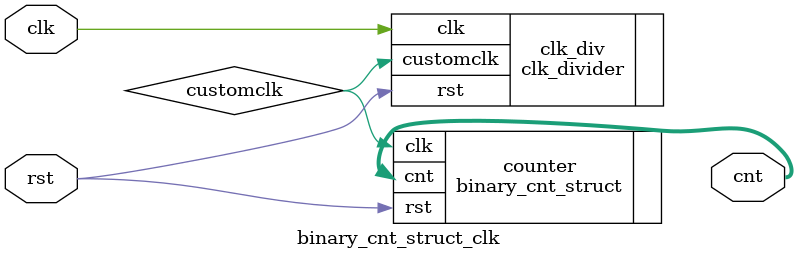
<source format=v>
`timescale 1ns / 1ps

/*
/////////////////////////////////////////////
//// COA LAB Assignment 5                ////
//// Group Number 23                     ////
//// Ashwani Kumar Kamal (20CS10011)     ////
//// Astitva (20CS30007)                 ////
/////////////////////////////////////////////
*/

// binary counter structural with clock divider

module binary_cnt_struct_clk(
    input clk,
    input rst,
    output[3:0] cnt
    );

    wire customclk;

    // clk -> 1 bit clock
    // rst -> 1 bit reset bit
    clk_divider clk_div(.clk(clk), .rst(rst), .customclk(customclk));
    binary_cnt_struct counter(.clk(customclk), .rst(rst), .cnt(cnt));
    
endmodule
</source>
